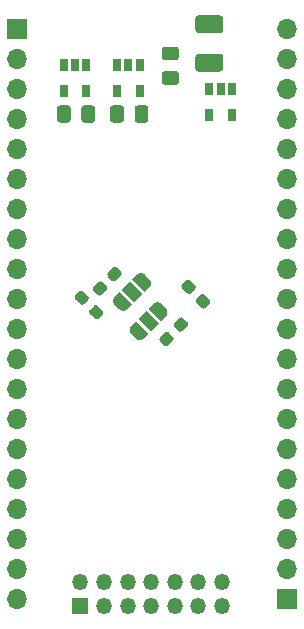
<source format=gbr>
G04 #@! TF.GenerationSoftware,KiCad,Pcbnew,(5.1.9-0-10_14)*
G04 #@! TF.CreationDate,2021-04-24T14:40:39+02:00*
G04 #@! TF.ProjectId,xilinx-cpld-breakout,78696c69-6e78-42d6-9370-6c642d627265,rev?*
G04 #@! TF.SameCoordinates,Original*
G04 #@! TF.FileFunction,Soldermask,Bot*
G04 #@! TF.FilePolarity,Negative*
%FSLAX46Y46*%
G04 Gerber Fmt 4.6, Leading zero omitted, Abs format (unit mm)*
G04 Created by KiCad (PCBNEW (5.1.9-0-10_14)) date 2021-04-24 14:40:39*
%MOMM*%
%LPD*%
G01*
G04 APERTURE LIST*
%ADD10O,1.350000X1.350000*%
%ADD11R,1.350000X1.350000*%
%ADD12O,1.700000X1.700000*%
%ADD13R,1.700000X1.700000*%
%ADD14R,0.650000X1.060000*%
%ADD15C,0.100000*%
G04 APERTURE END LIST*
D10*
X113854000Y-157385000D03*
X113854000Y-159385000D03*
X111854000Y-157385000D03*
X111854000Y-159385000D03*
X109854000Y-157385000D03*
X109854000Y-159385000D03*
X107854000Y-157385000D03*
X107854000Y-159385000D03*
X105854000Y-157385000D03*
X105854000Y-159385000D03*
X103854000Y-157385000D03*
X103854000Y-159385000D03*
X101854000Y-157385000D03*
D11*
X101854000Y-159385000D03*
G36*
G01*
X109368632Y-136230992D02*
X109704508Y-136566868D01*
G75*
G02*
X109704508Y-136902744I-167938J-167938D01*
G01*
X109280244Y-137327008D01*
G75*
G02*
X108944368Y-137327008I-167938J167938D01*
G01*
X108608492Y-136991132D01*
G75*
G02*
X108608492Y-136655256I167938J167938D01*
G01*
X109032756Y-136230992D01*
G75*
G02*
X109368632Y-136230992I167938J-167938D01*
G01*
G37*
G36*
G01*
X110588392Y-135011232D02*
X110924268Y-135347108D01*
G75*
G02*
X110924268Y-135682984I-167938J-167938D01*
G01*
X110500004Y-136107248D01*
G75*
G02*
X110164128Y-136107248I-167938J167938D01*
G01*
X109828252Y-135771372D01*
G75*
G02*
X109828252Y-135435496I167938J167938D01*
G01*
X110252516Y-135011232D01*
G75*
G02*
X110588392Y-135011232I167938J-167938D01*
G01*
G37*
D12*
X119380000Y-110490000D03*
X119380000Y-113030000D03*
X119380000Y-115570000D03*
X119380000Y-118110000D03*
X119380000Y-120650000D03*
X119380000Y-123190000D03*
X119380000Y-125730000D03*
X119380000Y-128270000D03*
X119380000Y-130810000D03*
X119380000Y-133350000D03*
X119380000Y-135890000D03*
X119380000Y-138430000D03*
X119380000Y-140970000D03*
X119380000Y-143510000D03*
X119380000Y-146050000D03*
X119380000Y-148590000D03*
X119380000Y-151130000D03*
X119380000Y-153670000D03*
X119380000Y-156210000D03*
D13*
X119380000Y-158750000D03*
D12*
X96520000Y-158750000D03*
X96520000Y-156210000D03*
X96520000Y-153670000D03*
X96520000Y-151130000D03*
X96520000Y-148590000D03*
X96520000Y-146050000D03*
X96520000Y-143510000D03*
X96520000Y-140970000D03*
X96520000Y-138430000D03*
X96520000Y-135890000D03*
X96520000Y-133350000D03*
X96520000Y-130810000D03*
X96520000Y-128270000D03*
X96520000Y-125730000D03*
X96520000Y-123190000D03*
X96520000Y-120650000D03*
X96520000Y-118110000D03*
X96520000Y-115570000D03*
X96520000Y-113030000D03*
D13*
X96520000Y-110490000D03*
D14*
X104968000Y-115801500D03*
X106868000Y-115801500D03*
X106868000Y-113601500D03*
X105918000Y-113601500D03*
X104968000Y-113601500D03*
X100457000Y-115801500D03*
X102357000Y-115801500D03*
X102357000Y-113601500D03*
X101407000Y-113601500D03*
X100457000Y-113601500D03*
X112776000Y-117770000D03*
X114676000Y-117770000D03*
X114676000Y-115570000D03*
X113726000Y-115570000D03*
X112776000Y-115570000D03*
D15*
G36*
X107455723Y-134371117D02*
G01*
X108516383Y-135431777D01*
X107809277Y-136138883D01*
X106748617Y-135078223D01*
X107455723Y-134371117D01*
G37*
G36*
X107243165Y-136704143D02*
G01*
X107225817Y-136721492D01*
X107187887Y-136752619D01*
X107147089Y-136779880D01*
X107103815Y-136803010D01*
X107058483Y-136821788D01*
X107011528Y-136836031D01*
X106963403Y-136845604D01*
X106914572Y-136850413D01*
X106865503Y-136850413D01*
X106816673Y-136845604D01*
X106768548Y-136836031D01*
X106721593Y-136821788D01*
X106676260Y-136803010D01*
X106632986Y-136779880D01*
X106592188Y-136752619D01*
X106554258Y-136721492D01*
X106536910Y-136704143D01*
X106536484Y-136704569D01*
X106182931Y-136351016D01*
X106183357Y-136350590D01*
X106166008Y-136333242D01*
X106134881Y-136295312D01*
X106107620Y-136254514D01*
X106084490Y-136211240D01*
X106065712Y-136165907D01*
X106051469Y-136118952D01*
X106041896Y-136070827D01*
X106037087Y-136021997D01*
X106037087Y-135972928D01*
X106041896Y-135924097D01*
X106051469Y-135875972D01*
X106065712Y-135829017D01*
X106084490Y-135783685D01*
X106107620Y-135740411D01*
X106134881Y-135699613D01*
X106166008Y-135661683D01*
X106183357Y-135644335D01*
X106182931Y-135643909D01*
X106571840Y-135255000D01*
X107632500Y-136315660D01*
X107243591Y-136704569D01*
X107243165Y-136704143D01*
G37*
G36*
X107632500Y-134194340D02*
G01*
X108021409Y-133805431D01*
X108021835Y-133805857D01*
X108039183Y-133788508D01*
X108077113Y-133757381D01*
X108117911Y-133730120D01*
X108161185Y-133706990D01*
X108206517Y-133688212D01*
X108253472Y-133673969D01*
X108301597Y-133664396D01*
X108350428Y-133659587D01*
X108399497Y-133659587D01*
X108448327Y-133664396D01*
X108496452Y-133673969D01*
X108543407Y-133688212D01*
X108588740Y-133706990D01*
X108632014Y-133730120D01*
X108672812Y-133757381D01*
X108710742Y-133788508D01*
X108728090Y-133805857D01*
X108728516Y-133805431D01*
X109082069Y-134158984D01*
X109081643Y-134159410D01*
X109098992Y-134176758D01*
X109130119Y-134214688D01*
X109157380Y-134255486D01*
X109180510Y-134298760D01*
X109199288Y-134344093D01*
X109213531Y-134391048D01*
X109223104Y-134439173D01*
X109227913Y-134488003D01*
X109227913Y-134537072D01*
X109223104Y-134585903D01*
X109213531Y-134634028D01*
X109199288Y-134680983D01*
X109180510Y-134726315D01*
X109157380Y-134769589D01*
X109130119Y-134810387D01*
X109098992Y-134848317D01*
X109081643Y-134865665D01*
X109082069Y-134866091D01*
X108693160Y-135255000D01*
X107632500Y-134194340D01*
G37*
G36*
X106058723Y-131894617D02*
G01*
X107119383Y-132955277D01*
X106412277Y-133662383D01*
X105351617Y-132601723D01*
X106058723Y-131894617D01*
G37*
G36*
X105846165Y-134227643D02*
G01*
X105828817Y-134244992D01*
X105790887Y-134276119D01*
X105750089Y-134303380D01*
X105706815Y-134326510D01*
X105661483Y-134345288D01*
X105614528Y-134359531D01*
X105566403Y-134369104D01*
X105517572Y-134373913D01*
X105468503Y-134373913D01*
X105419673Y-134369104D01*
X105371548Y-134359531D01*
X105324593Y-134345288D01*
X105279260Y-134326510D01*
X105235986Y-134303380D01*
X105195188Y-134276119D01*
X105157258Y-134244992D01*
X105139910Y-134227643D01*
X105139484Y-134228069D01*
X104785931Y-133874516D01*
X104786357Y-133874090D01*
X104769008Y-133856742D01*
X104737881Y-133818812D01*
X104710620Y-133778014D01*
X104687490Y-133734740D01*
X104668712Y-133689407D01*
X104654469Y-133642452D01*
X104644896Y-133594327D01*
X104640087Y-133545497D01*
X104640087Y-133496428D01*
X104644896Y-133447597D01*
X104654469Y-133399472D01*
X104668712Y-133352517D01*
X104687490Y-133307185D01*
X104710620Y-133263911D01*
X104737881Y-133223113D01*
X104769008Y-133185183D01*
X104786357Y-133167835D01*
X104785931Y-133167409D01*
X105174840Y-132778500D01*
X106235500Y-133839160D01*
X105846591Y-134228069D01*
X105846165Y-134227643D01*
G37*
G36*
X106235500Y-131717840D02*
G01*
X106624409Y-131328931D01*
X106624835Y-131329357D01*
X106642183Y-131312008D01*
X106680113Y-131280881D01*
X106720911Y-131253620D01*
X106764185Y-131230490D01*
X106809517Y-131211712D01*
X106856472Y-131197469D01*
X106904597Y-131187896D01*
X106953428Y-131183087D01*
X107002497Y-131183087D01*
X107051327Y-131187896D01*
X107099452Y-131197469D01*
X107146407Y-131211712D01*
X107191740Y-131230490D01*
X107235014Y-131253620D01*
X107275812Y-131280881D01*
X107313742Y-131312008D01*
X107331090Y-131329357D01*
X107331516Y-131328931D01*
X107685069Y-131682484D01*
X107684643Y-131682910D01*
X107701992Y-131700258D01*
X107733119Y-131738188D01*
X107760380Y-131778986D01*
X107783510Y-131822260D01*
X107802288Y-131867593D01*
X107816531Y-131914548D01*
X107826104Y-131962673D01*
X107830913Y-132011503D01*
X107830913Y-132060572D01*
X107826104Y-132109403D01*
X107816531Y-132157528D01*
X107802288Y-132204483D01*
X107783510Y-132249815D01*
X107760380Y-132293089D01*
X107733119Y-132333887D01*
X107701992Y-132371817D01*
X107684643Y-132389165D01*
X107685069Y-132389591D01*
X107296160Y-132778500D01*
X106235500Y-131717840D01*
G37*
G36*
G01*
X106453000Y-118204000D02*
X106453000Y-117254000D01*
G75*
G02*
X106703000Y-117004000I250000J0D01*
G01*
X107378000Y-117004000D01*
G75*
G02*
X107628000Y-117254000I0J-250000D01*
G01*
X107628000Y-118204000D01*
G75*
G02*
X107378000Y-118454000I-250000J0D01*
G01*
X106703000Y-118454000D01*
G75*
G02*
X106453000Y-118204000I0J250000D01*
G01*
G37*
G36*
G01*
X104378000Y-118204000D02*
X104378000Y-117254000D01*
G75*
G02*
X104628000Y-117004000I250000J0D01*
G01*
X105303000Y-117004000D01*
G75*
G02*
X105553000Y-117254000I0J-250000D01*
G01*
X105553000Y-118204000D01*
G75*
G02*
X105303000Y-118454000I-250000J0D01*
G01*
X104628000Y-118454000D01*
G75*
G02*
X104378000Y-118204000I0J250000D01*
G01*
G37*
G36*
G01*
X101944500Y-118204000D02*
X101944500Y-117254000D01*
G75*
G02*
X102194500Y-117004000I250000J0D01*
G01*
X102869500Y-117004000D01*
G75*
G02*
X103119500Y-117254000I0J-250000D01*
G01*
X103119500Y-118204000D01*
G75*
G02*
X102869500Y-118454000I-250000J0D01*
G01*
X102194500Y-118454000D01*
G75*
G02*
X101944500Y-118204000I0J250000D01*
G01*
G37*
G36*
G01*
X99869500Y-118204000D02*
X99869500Y-117254000D01*
G75*
G02*
X100119500Y-117004000I250000J0D01*
G01*
X100794500Y-117004000D01*
G75*
G02*
X101044500Y-117254000I0J-250000D01*
G01*
X101044500Y-118204000D01*
G75*
G02*
X100794500Y-118454000I-250000J0D01*
G01*
X100119500Y-118454000D01*
G75*
G02*
X99869500Y-118204000I0J250000D01*
G01*
G37*
G36*
G01*
X109949000Y-113193500D02*
X108999000Y-113193500D01*
G75*
G02*
X108749000Y-112943500I0J250000D01*
G01*
X108749000Y-112268500D01*
G75*
G02*
X108999000Y-112018500I250000J0D01*
G01*
X109949000Y-112018500D01*
G75*
G02*
X110199000Y-112268500I0J-250000D01*
G01*
X110199000Y-112943500D01*
G75*
G02*
X109949000Y-113193500I-250000J0D01*
G01*
G37*
G36*
G01*
X109949000Y-115268500D02*
X108999000Y-115268500D01*
G75*
G02*
X108749000Y-115018500I0J250000D01*
G01*
X108749000Y-114343500D01*
G75*
G02*
X108999000Y-114093500I250000J0D01*
G01*
X109949000Y-114093500D01*
G75*
G02*
X110199000Y-114343500I0J-250000D01*
G01*
X110199000Y-115018500D01*
G75*
G02*
X109949000Y-115268500I-250000J0D01*
G01*
G37*
G36*
G01*
X113701000Y-110885000D02*
X111851000Y-110885000D01*
G75*
G02*
X111601000Y-110635000I0J250000D01*
G01*
X111601000Y-109635000D01*
G75*
G02*
X111851000Y-109385000I250000J0D01*
G01*
X113701000Y-109385000D01*
G75*
G02*
X113951000Y-109635000I0J-250000D01*
G01*
X113951000Y-110635000D01*
G75*
G02*
X113701000Y-110885000I-250000J0D01*
G01*
G37*
G36*
G01*
X113701000Y-114135000D02*
X111851000Y-114135000D01*
G75*
G02*
X111601000Y-113885000I0J250000D01*
G01*
X111601000Y-112885000D01*
G75*
G02*
X111851000Y-112635000I250000J0D01*
G01*
X113701000Y-112635000D01*
G75*
G02*
X113951000Y-112885000I0J-250000D01*
G01*
X113951000Y-113885000D01*
G75*
G02*
X113701000Y-114135000I-250000J0D01*
G01*
G37*
G36*
G01*
X104537748Y-131827628D02*
X104201872Y-131491752D01*
G75*
G02*
X104201872Y-131155876I167938J167938D01*
G01*
X104626136Y-130731612D01*
G75*
G02*
X104962012Y-130731612I167938J-167938D01*
G01*
X105297888Y-131067488D01*
G75*
G02*
X105297888Y-131403364I-167938J-167938D01*
G01*
X104873624Y-131827628D01*
G75*
G02*
X104537748Y-131827628I-167938J167938D01*
G01*
G37*
G36*
G01*
X103317988Y-133047388D02*
X102982112Y-132711512D01*
G75*
G02*
X102982112Y-132375636I167938J167938D01*
G01*
X103406376Y-131951372D01*
G75*
G02*
X103742252Y-131951372I167938J-167938D01*
G01*
X104078128Y-132287248D01*
G75*
G02*
X104078128Y-132623124I-167938J-167938D01*
G01*
X103653864Y-133047388D01*
G75*
G02*
X103317988Y-133047388I-167938J167938D01*
G01*
G37*
G36*
G01*
X102639492Y-134280868D02*
X102975368Y-133944992D01*
G75*
G02*
X103311244Y-133944992I167938J-167938D01*
G01*
X103735508Y-134369256D01*
G75*
G02*
X103735508Y-134705132I-167938J-167938D01*
G01*
X103399632Y-135041008D01*
G75*
G02*
X103063756Y-135041008I-167938J167938D01*
G01*
X102639492Y-134616744D01*
G75*
G02*
X102639492Y-134280868I167938J167938D01*
G01*
G37*
G36*
G01*
X101419732Y-133061108D02*
X101755608Y-132725232D01*
G75*
G02*
X102091484Y-132725232I167938J-167938D01*
G01*
X102515748Y-133149496D01*
G75*
G02*
X102515748Y-133485372I-167938J-167938D01*
G01*
X102179872Y-133821248D01*
G75*
G02*
X101843996Y-133821248I-167938J167938D01*
G01*
X101419732Y-133396984D01*
G75*
G02*
X101419732Y-133061108I167938J167938D01*
G01*
G37*
G36*
G01*
X111694872Y-133366748D02*
X112030748Y-133030872D01*
G75*
G02*
X112366624Y-133030872I167938J-167938D01*
G01*
X112790888Y-133455136D01*
G75*
G02*
X112790888Y-133791012I-167938J-167938D01*
G01*
X112455012Y-134126888D01*
G75*
G02*
X112119136Y-134126888I-167938J167938D01*
G01*
X111694872Y-133702624D01*
G75*
G02*
X111694872Y-133366748I167938J167938D01*
G01*
G37*
G36*
G01*
X110475112Y-132146988D02*
X110810988Y-131811112D01*
G75*
G02*
X111146864Y-131811112I167938J-167938D01*
G01*
X111571128Y-132235376D01*
G75*
G02*
X111571128Y-132571252I-167938J-167938D01*
G01*
X111235252Y-132907128D01*
G75*
G02*
X110899376Y-132907128I-167938J167938D01*
G01*
X110475112Y-132482864D01*
G75*
G02*
X110475112Y-132146988I167938J167938D01*
G01*
G37*
M02*

</source>
